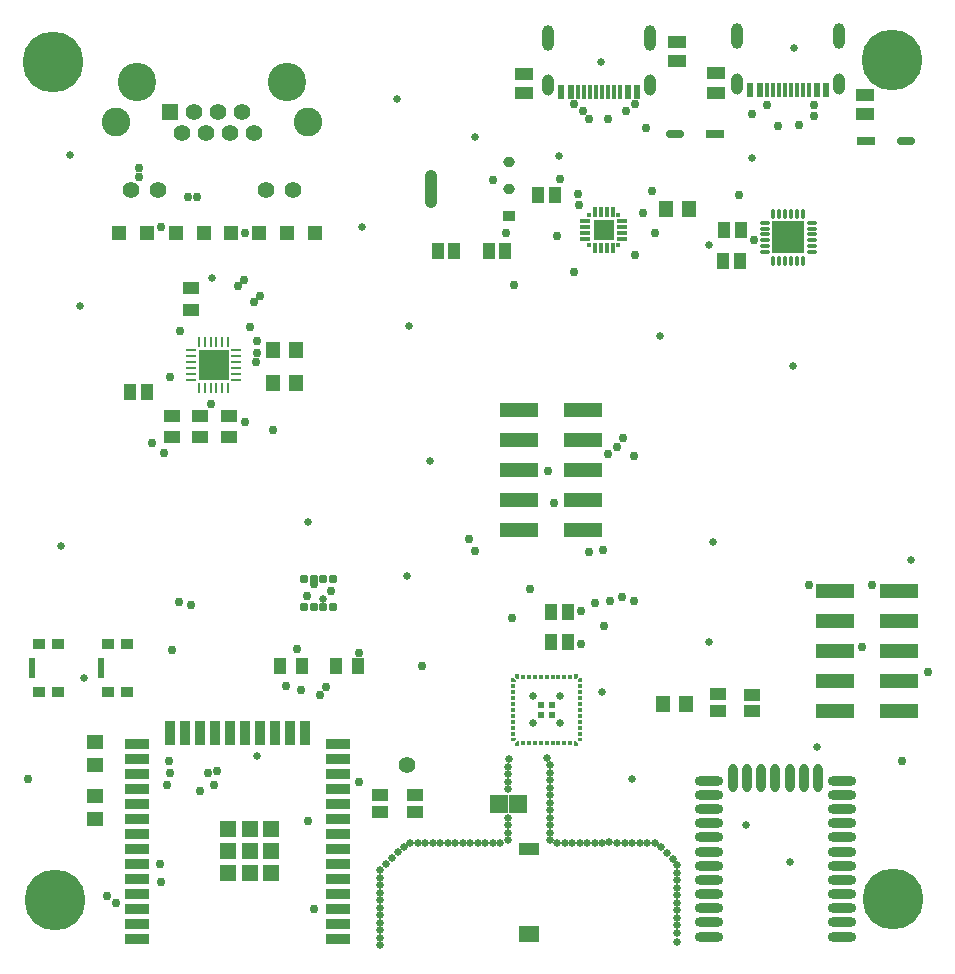
<source format=gts>
G04*
G04 #@! TF.GenerationSoftware,Altium Limited,Altium Designer,23.6.0 (18)*
G04*
G04 Layer_Color=8388736*
%FSLAX25Y25*%
%MOIN*%
G70*
G04*
G04 #@! TF.SameCoordinates,9EB9F688-6EA2-4756-8BD5-BABC090EB3C1*
G04*
G04*
G04 #@! TF.FilePolarity,Negative*
G04*
G01*
G75*
G04:AMPARAMS|DCode=16|XSize=61.32mil|YSize=29.23mil|CornerRadius=14.62mil|HoleSize=0mil|Usage=FLASHONLY|Rotation=180.000|XOffset=0mil|YOffset=0mil|HoleType=Round|Shape=RoundedRectangle|*
%AMROUNDEDRECTD16*
21,1,0.06132,0.00000,0,0,180.0*
21,1,0.03209,0.02923,0,0,180.0*
1,1,0.02923,-0.01604,0.00000*
1,1,0.02923,0.01604,0.00000*
1,1,0.02923,0.01604,0.00000*
1,1,0.02923,-0.01604,0.00000*
%
%ADD16ROUNDEDRECTD16*%
%ADD17R,0.06132X0.02923*%
%ADD18R,0.02165X0.06693*%
%ADD19R,0.03937X0.03543*%
%ADD20R,0.05756X0.04953*%
%ADD21R,0.02200X0.02200*%
%ADD22R,0.01600X0.01200*%
%ADD23R,0.01200X0.01600*%
%ADD24R,0.05236X0.05236*%
%ADD25R,0.03543X0.07874*%
%ADD26R,0.07874X0.03543*%
%ADD27R,0.05544X0.03963*%
%ADD28R,0.04953X0.05756*%
%ADD30R,0.01181X0.01181*%
%ADD31R,0.03543X0.01181*%
%ADD32R,0.01181X0.03543*%
%ADD37R,0.03390X0.00942*%
G04:AMPARAMS|DCode=38|XSize=33.9mil|YSize=9.42mil|CornerRadius=4.71mil|HoleSize=0mil|Usage=FLASHONLY|Rotation=0.000|XOffset=0mil|YOffset=0mil|HoleType=Round|Shape=RoundedRectangle|*
%AMROUNDEDRECTD38*
21,1,0.03390,0.00000,0,0,0.0*
21,1,0.02448,0.00942,0,0,0.0*
1,1,0.00942,0.01224,0.00000*
1,1,0.00942,-0.01224,0.00000*
1,1,0.00942,-0.01224,0.00000*
1,1,0.00942,0.01224,0.00000*
%
%ADD38ROUNDEDRECTD38*%
G04:AMPARAMS|DCode=39|XSize=9.42mil|YSize=33.9mil|CornerRadius=4.71mil|HoleSize=0mil|Usage=FLASHONLY|Rotation=0.000|XOffset=0mil|YOffset=0mil|HoleType=Round|Shape=RoundedRectangle|*
%AMROUNDEDRECTD39*
21,1,0.00942,0.02448,0,0,0.0*
21,1,0.00000,0.03390,0,0,0.0*
1,1,0.00942,0.00000,-0.01224*
1,1,0.00942,0.00000,-0.01224*
1,1,0.00942,0.00000,0.01224*
1,1,0.00942,0.00000,0.01224*
%
%ADD39ROUNDEDRECTD39*%
G04:AMPARAMS|DCode=40|XSize=39.54mil|YSize=125.28mil|CornerRadius=17.2mil|HoleSize=0mil|Usage=FLASHONLY|Rotation=180.000|XOffset=0mil|YOffset=0mil|HoleType=Round|Shape=RoundedRectangle|*
%AMROUNDEDRECTD40*
21,1,0.03954,0.09088,0,0,180.0*
21,1,0.00514,0.12528,0,0,180.0*
1,1,0.03440,-0.00257,0.04544*
1,1,0.03440,0.00257,0.04544*
1,1,0.03440,0.00257,-0.04544*
1,1,0.03440,-0.00257,-0.04544*
%
%ADD40ROUNDEDRECTD40*%
G04:AMPARAMS|DCode=41|XSize=39.54mil|YSize=34.34mil|CornerRadius=17.17mil|HoleSize=0mil|Usage=FLASHONLY|Rotation=180.000|XOffset=0mil|YOffset=0mil|HoleType=Round|Shape=RoundedRectangle|*
%AMROUNDEDRECTD41*
21,1,0.03954,0.00000,0,0,180.0*
21,1,0.00520,0.03434,0,0,180.0*
1,1,0.03434,-0.00260,0.00000*
1,1,0.03434,0.00260,0.00000*
1,1,0.03434,0.00260,0.00000*
1,1,0.03434,-0.00260,0.00000*
%
%ADD41ROUNDEDRECTD41*%
%ADD42R,0.03954X0.03434*%
%ADD43R,0.02362X0.04528*%
%ADD44R,0.01181X0.04528*%
%ADD46R,0.04349X0.05339*%
G04:AMPARAMS|DCode=47|XSize=31.5mil|YSize=94.49mil|CornerRadius=15.75mil|HoleSize=0mil|Usage=FLASHONLY|Rotation=180.000|XOffset=0mil|YOffset=0mil|HoleType=Round|Shape=RoundedRectangle|*
%AMROUNDEDRECTD47*
21,1,0.03150,0.06299,0,0,180.0*
21,1,0.00000,0.09449,0,0,180.0*
1,1,0.03150,0.00000,0.03150*
1,1,0.03150,0.00000,0.03150*
1,1,0.03150,0.00000,-0.03150*
1,1,0.03150,0.00000,-0.03150*
%
%ADD47ROUNDEDRECTD47*%
G04:AMPARAMS|DCode=48|XSize=94.49mil|YSize=31.5mil|CornerRadius=15.75mil|HoleSize=0mil|Usage=FLASHONLY|Rotation=180.000|XOffset=0mil|YOffset=0mil|HoleType=Round|Shape=RoundedRectangle|*
%AMROUNDEDRECTD48*
21,1,0.09449,0.00000,0,0,180.0*
21,1,0.06299,0.03150,0,0,180.0*
1,1,0.03150,-0.03150,0.00000*
1,1,0.03150,0.03150,0.00000*
1,1,0.03150,0.03150,0.00000*
1,1,0.03150,-0.03150,0.00000*
%
%ADD48ROUNDEDRECTD48*%
%ADD50R,0.07087X0.05512*%
%ADD51R,0.07087X0.03937*%
%ADD52R,0.05339X0.04349*%
%ADD53R,0.03963X0.05544*%
%ADD54R,0.05363X0.04166*%
%ADD55R,0.04528X0.04528*%
%ADD56R,0.12795X0.04528*%
%ADD57R,0.07087X0.07087*%
%ADD58O,0.01378X0.03347*%
%ADD59O,0.03347X0.01378*%
%ADD60R,0.11142X0.11142*%
G04:AMPARAMS|DCode=61|XSize=25.59mil|YSize=25.59mil|CornerRadius=5.41mil|HoleSize=0mil|Usage=FLASHONLY|Rotation=270.000|XOffset=0mil|YOffset=0mil|HoleType=Round|Shape=RoundedRectangle|*
%AMROUNDEDRECTD61*
21,1,0.02559,0.01476,0,0,270.0*
21,1,0.01476,0.02559,0,0,270.0*
1,1,0.01083,-0.00738,-0.00738*
1,1,0.01083,-0.00738,0.00738*
1,1,0.01083,0.00738,0.00738*
1,1,0.01083,0.00738,-0.00738*
%
%ADD61ROUNDEDRECTD61*%
%ADD62R,0.10236X0.10236*%
%ADD63R,0.05906X0.03937*%
%ADD64R,0.05906X0.06299*%
G04:AMPARAMS|DCode=65|XSize=39.37mil|YSize=70.87mil|CornerRadius=19.68mil|HoleSize=0mil|Usage=FLASHONLY|Rotation=180.000|XOffset=0mil|YOffset=0mil|HoleType=Round|Shape=RoundedRectangle|*
%AMROUNDEDRECTD65*
21,1,0.03937,0.03150,0,0,180.0*
21,1,0.00000,0.07087,0,0,180.0*
1,1,0.03937,0.00000,0.01575*
1,1,0.03937,0.00000,0.01575*
1,1,0.03937,0.00000,-0.01575*
1,1,0.03937,0.00000,-0.01575*
%
%ADD65ROUNDEDRECTD65*%
G04:AMPARAMS|DCode=66|XSize=39.37mil|YSize=86.61mil|CornerRadius=19.68mil|HoleSize=0mil|Usage=FLASHONLY|Rotation=180.000|XOffset=0mil|YOffset=0mil|HoleType=Round|Shape=RoundedRectangle|*
%AMROUNDEDRECTD66*
21,1,0.03937,0.04724,0,0,180.0*
21,1,0.00000,0.08661,0,0,180.0*
1,1,0.03937,0.00000,0.02362*
1,1,0.03937,0.00000,0.02362*
1,1,0.03937,0.00000,-0.02362*
1,1,0.03937,0.00000,-0.02362*
%
%ADD66ROUNDEDRECTD66*%
%ADD67C,0.20276*%
%ADD68C,0.05472*%
%ADD69R,0.05472X0.05472*%
%ADD70C,0.09528*%
%ADD71C,0.12795*%
%ADD72C,0.02953*%
%ADD73C,0.02559*%
%ADD74C,0.05591*%
G36*
X322700Y202624D02*
X322100Y202024D01*
X321100D01*
Y203224D01*
X322700D01*
Y202624D01*
D02*
G37*
G36*
X323724Y200600D02*
X322524D01*
Y201600D01*
X323124Y202200D01*
X323724D01*
Y200600D01*
D02*
G37*
G36*
Y222800D02*
X323124D01*
X322524Y223400D01*
Y224400D01*
X323724D01*
Y222800D01*
D02*
G37*
G36*
X322700Y222376D02*
Y221776D01*
X321100D01*
Y222976D01*
X322100D01*
X322700Y222376D01*
D02*
G37*
G36*
X344900Y202024D02*
X343900D01*
X343300Y202624D01*
Y203224D01*
X344900D01*
Y202024D01*
D02*
G37*
G36*
X343476Y201600D02*
Y200600D01*
X342276D01*
Y202200D01*
X342876D01*
X343476Y201600D01*
D02*
G37*
G36*
Y223400D02*
X342876Y222800D01*
X342276D01*
Y224400D01*
X343476D01*
Y223400D01*
D02*
G37*
G36*
X344900Y221776D02*
X343300D01*
Y222376D01*
X343900Y222976D01*
X344900D01*
Y221776D01*
D02*
G37*
D16*
X375806Y404500D02*
D03*
X452694Y402000D02*
D03*
D17*
X389194Y404500D02*
D03*
X439306Y402000D02*
D03*
D18*
X184390Y226500D02*
D03*
X161390D02*
D03*
D19*
X186850Y234571D02*
D03*
X193150D02*
D03*
Y218429D02*
D03*
X186850D02*
D03*
X163850Y234571D02*
D03*
X170150D02*
D03*
Y218429D02*
D03*
X163850D02*
D03*
D20*
X182500Y176154D02*
D03*
Y183846D02*
D03*
Y194154D02*
D03*
Y201846D02*
D03*
D21*
X334772Y214272D02*
D03*
Y210728D02*
D03*
X331228D02*
D03*
Y214272D02*
D03*
D22*
X321900Y204624D02*
D03*
Y206593D02*
D03*
Y208562D02*
D03*
Y210531D02*
D03*
Y212500D02*
D03*
Y214469D02*
D03*
Y216438D02*
D03*
Y218407D02*
D03*
Y220376D02*
D03*
X344100D02*
D03*
Y218407D02*
D03*
Y216438D02*
D03*
Y214469D02*
D03*
Y212500D02*
D03*
Y210531D02*
D03*
Y208562D02*
D03*
Y206593D02*
D03*
Y204624D02*
D03*
D23*
X325124Y223600D02*
D03*
X327093D02*
D03*
X329062D02*
D03*
X331031D02*
D03*
X333000D02*
D03*
X334969D02*
D03*
X336938D02*
D03*
X338907D02*
D03*
X340876D02*
D03*
Y201400D02*
D03*
X338907D02*
D03*
X336938D02*
D03*
X334969D02*
D03*
X333000D02*
D03*
X331031D02*
D03*
X329062D02*
D03*
X327093D02*
D03*
X325124D02*
D03*
D24*
X226748Y172752D02*
D03*
X233972D02*
D03*
X241197D02*
D03*
X226748Y165528D02*
D03*
X233972D02*
D03*
X241197D02*
D03*
X226748Y158303D02*
D03*
X233972D02*
D03*
X241197D02*
D03*
D25*
X207535Y204937D02*
D03*
X212535D02*
D03*
X217535D02*
D03*
X222535D02*
D03*
X227535D02*
D03*
X232535D02*
D03*
X237535D02*
D03*
X242535D02*
D03*
X247535D02*
D03*
X252535D02*
D03*
D26*
X196571Y136000D02*
D03*
Y141000D02*
D03*
Y146000D02*
D03*
Y151000D02*
D03*
Y156000D02*
D03*
Y161000D02*
D03*
Y166000D02*
D03*
Y171000D02*
D03*
Y176000D02*
D03*
Y181000D02*
D03*
Y186000D02*
D03*
Y191000D02*
D03*
Y196000D02*
D03*
Y201000D02*
D03*
X263500D02*
D03*
Y196000D02*
D03*
Y191000D02*
D03*
Y186000D02*
D03*
Y181000D02*
D03*
Y176000D02*
D03*
Y171000D02*
D03*
Y166000D02*
D03*
Y161000D02*
D03*
Y156000D02*
D03*
Y151000D02*
D03*
Y146000D02*
D03*
Y141000D02*
D03*
Y136000D02*
D03*
D27*
X214500Y345756D02*
D03*
Y353244D02*
D03*
D28*
X380500Y379500D02*
D03*
X372807D02*
D03*
X371654Y214500D02*
D03*
X379346D02*
D03*
X241654Y321500D02*
D03*
X249346D02*
D03*
Y332500D02*
D03*
X241654D02*
D03*
D30*
X347079Y367579D02*
D03*
Y377421D02*
D03*
X356921Y367579D02*
D03*
Y377421D02*
D03*
D31*
X358102Y375453D02*
D03*
Y373484D02*
D03*
Y371516D02*
D03*
Y369547D02*
D03*
X345898D02*
D03*
Y371516D02*
D03*
Y373484D02*
D03*
Y375453D02*
D03*
D32*
X354953Y366398D02*
D03*
X352984D02*
D03*
X351016D02*
D03*
X349047D02*
D03*
Y378602D02*
D03*
X351016D02*
D03*
X352984D02*
D03*
X354953D02*
D03*
D37*
X214372Y332340D02*
D03*
D38*
Y330372D02*
D03*
Y328403D02*
D03*
Y326435D02*
D03*
Y324466D02*
D03*
Y322498D02*
D03*
X229534D02*
D03*
Y324466D02*
D03*
Y326435D02*
D03*
Y328403D02*
D03*
Y330372D02*
D03*
Y332340D02*
D03*
D39*
X217031Y319838D02*
D03*
X219000D02*
D03*
X220969D02*
D03*
X222937D02*
D03*
X224906D02*
D03*
X226874D02*
D03*
Y335000D02*
D03*
X224906D02*
D03*
X222937D02*
D03*
X220969D02*
D03*
X219000D02*
D03*
X217031D02*
D03*
D40*
X294528Y386000D02*
D03*
D41*
X320472Y395016D02*
D03*
Y386000D02*
D03*
D42*
Y376984D02*
D03*
D43*
X363098Y418516D02*
D03*
X337902D02*
D03*
X359949D02*
D03*
X341051D02*
D03*
X404051Y419016D02*
D03*
X422949D02*
D03*
X400902D02*
D03*
X426098D02*
D03*
D44*
X357390Y418516D02*
D03*
X343610D02*
D03*
X355421D02*
D03*
X345579D02*
D03*
X353453D02*
D03*
X347547D02*
D03*
X351484D02*
D03*
X349516D02*
D03*
X412516Y419016D02*
D03*
X414484D02*
D03*
X410547D02*
D03*
X416453D02*
D03*
X408579D02*
D03*
X418421D02*
D03*
X406610D02*
D03*
X420390D02*
D03*
D46*
X330221Y384000D02*
D03*
X335779D02*
D03*
X313721Y365500D02*
D03*
X319279D02*
D03*
X296721D02*
D03*
X302279D02*
D03*
X340057Y245000D02*
D03*
X334500D02*
D03*
X340057Y235000D02*
D03*
X334500D02*
D03*
X199779Y318500D02*
D03*
X194221D02*
D03*
X397500Y362000D02*
D03*
X391943D02*
D03*
X397779Y372500D02*
D03*
X392221D02*
D03*
D47*
X395071Y189685D02*
D03*
X399795D02*
D03*
X404520D02*
D03*
X409244D02*
D03*
X413968D02*
D03*
X418693D02*
D03*
X423417D02*
D03*
D48*
X387000Y136929D02*
D03*
Y141653D02*
D03*
Y146378D02*
D03*
Y151102D02*
D03*
Y155827D02*
D03*
Y160551D02*
D03*
Y165276D02*
D03*
Y170000D02*
D03*
Y174724D02*
D03*
Y179449D02*
D03*
Y184173D02*
D03*
Y188898D02*
D03*
X431488D02*
D03*
Y184173D02*
D03*
Y179449D02*
D03*
Y174724D02*
D03*
Y170000D02*
D03*
Y165276D02*
D03*
Y160551D02*
D03*
Y155827D02*
D03*
Y151102D02*
D03*
Y146378D02*
D03*
Y141653D02*
D03*
Y136929D02*
D03*
D50*
X327000Y137720D02*
D03*
D51*
Y166067D02*
D03*
D52*
X289000Y178500D02*
D03*
Y184057D02*
D03*
X277500Y178500D02*
D03*
Y184057D02*
D03*
X390000Y212221D02*
D03*
Y217779D02*
D03*
X401500Y212000D02*
D03*
Y217557D02*
D03*
D53*
X270244Y227000D02*
D03*
X262756D02*
D03*
X244013D02*
D03*
X251500D02*
D03*
D54*
X227000Y310453D02*
D03*
Y303547D02*
D03*
X217500Y310453D02*
D03*
Y303547D02*
D03*
X208000Y310453D02*
D03*
Y303547D02*
D03*
D55*
X246500Y371500D02*
D03*
X255752D02*
D03*
X237126D02*
D03*
X227874D02*
D03*
X209374D02*
D03*
X218626D02*
D03*
X199626D02*
D03*
X190374D02*
D03*
D56*
X323870Y312500D02*
D03*
Y302500D02*
D03*
X345130Y312500D02*
D03*
Y302500D02*
D03*
X323870Y292500D02*
D03*
X345130D02*
D03*
X323870Y282500D02*
D03*
X345130D02*
D03*
X323870Y272500D02*
D03*
X345130D02*
D03*
X450500Y212000D02*
D03*
Y222000D02*
D03*
X429240Y212000D02*
D03*
Y222000D02*
D03*
X450500Y232000D02*
D03*
X429240D02*
D03*
X450500Y242000D02*
D03*
X429240D02*
D03*
X450500Y252000D02*
D03*
X429240D02*
D03*
D57*
X352000Y372500D02*
D03*
D58*
X418421Y377874D02*
D03*
X416453D02*
D03*
X414484D02*
D03*
X412516D02*
D03*
X410547D02*
D03*
X408579D02*
D03*
Y362126D02*
D03*
X410547D02*
D03*
X412516D02*
D03*
X414484D02*
D03*
X416453D02*
D03*
X418421D02*
D03*
D59*
X405626Y374921D02*
D03*
Y372953D02*
D03*
Y370984D02*
D03*
Y369016D02*
D03*
Y367047D02*
D03*
Y365079D02*
D03*
X421374D02*
D03*
Y367047D02*
D03*
Y369016D02*
D03*
Y370984D02*
D03*
Y372953D02*
D03*
Y374921D02*
D03*
D60*
X413500Y370000D02*
D03*
D61*
X261724Y256224D02*
D03*
X258575D02*
D03*
X255425D02*
D03*
X252197D02*
D03*
X252276Y246776D02*
D03*
X255425D02*
D03*
X258575D02*
D03*
X261724D02*
D03*
D62*
X221953Y327419D02*
D03*
D63*
X376500Y428752D02*
D03*
Y435248D02*
D03*
X389500Y418252D02*
D03*
Y424748D02*
D03*
X439000Y411004D02*
D03*
Y417500D02*
D03*
X325500Y424496D02*
D03*
Y418000D02*
D03*
D64*
X323496Y181000D02*
D03*
X317000D02*
D03*
D65*
X367508Y420780D02*
D03*
X333492D02*
D03*
X396492Y421280D02*
D03*
X430508D02*
D03*
D66*
X367508Y436528D02*
D03*
X333492D02*
D03*
X396492Y437028D02*
D03*
X430508D02*
D03*
D67*
X448000Y429000D02*
D03*
X448500Y149500D02*
D03*
X169000Y149000D02*
D03*
X168500Y428500D02*
D03*
D68*
X203508Y385862D02*
D03*
X194492D02*
D03*
X239492D02*
D03*
X248508D02*
D03*
X231500Y411846D02*
D03*
X223469D02*
D03*
X215437D02*
D03*
X235516Y404839D02*
D03*
X227484D02*
D03*
X219453D02*
D03*
X211421D02*
D03*
D69*
X207406Y411846D02*
D03*
D70*
X189492Y408343D02*
D03*
X253508D02*
D03*
D71*
X196500Y421846D02*
D03*
X246500D02*
D03*
D72*
X343500Y384500D02*
D03*
X397000Y384000D02*
D03*
X347000Y409500D02*
D03*
X353528D02*
D03*
X410000Y407000D02*
D03*
X417000Y407500D02*
D03*
X213500Y383500D02*
D03*
X197000Y390138D02*
D03*
X216362Y383500D02*
D03*
X197000Y393000D02*
D03*
X234103Y340274D02*
D03*
X237528Y350528D02*
D03*
X235504Y348504D02*
D03*
X232278Y355778D02*
D03*
X230254Y353754D02*
D03*
X204500Y373500D02*
D03*
X422000Y410500D02*
D03*
Y414000D02*
D03*
X406500D02*
D03*
X401500Y411000D02*
D03*
X402000Y369000D02*
D03*
X342000Y358500D02*
D03*
X366000Y406500D02*
D03*
X362500Y414500D02*
D03*
X359500Y412000D02*
D03*
X342000Y414500D02*
D03*
X345000Y412000D02*
D03*
X319500Y371500D02*
D03*
X315000Y389283D02*
D03*
X322000Y354000D02*
D03*
X253500Y175500D02*
D03*
X181846D02*
D03*
X160000Y189500D02*
D03*
X349000Y248000D02*
D03*
X321365Y243135D02*
D03*
X207000Y195500D02*
D03*
X207500Y191500D02*
D03*
X206500Y187500D02*
D03*
X204500Y155000D02*
D03*
X204000Y161000D02*
D03*
X368000Y385500D02*
D03*
X336500Y370500D02*
D03*
X365000Y378000D02*
D03*
X344500Y234500D02*
D03*
X255425Y254575D02*
D03*
X261000Y252000D02*
D03*
X253000Y250500D02*
D03*
X358000Y250000D02*
D03*
X354197Y248819D02*
D03*
X362209Y248653D02*
D03*
X351835Y265931D02*
D03*
X207319Y323334D02*
D03*
X210666Y338681D02*
D03*
X236500Y335500D02*
D03*
X347100Y265115D02*
D03*
X343623Y380952D02*
D03*
X221000Y314500D02*
D03*
X337500Y389500D02*
D03*
X369000Y371500D02*
D03*
X362500Y364000D02*
D03*
X352000Y240500D02*
D03*
X291500Y227000D02*
D03*
X270500Y188500D02*
D03*
X327500Y252972D02*
D03*
X362000Y297000D02*
D03*
X358500Y303000D02*
D03*
X356284Y300216D02*
D03*
X343000Y272500D02*
D03*
X344500Y245500D02*
D03*
X353500Y297784D02*
D03*
X342000Y292500D02*
D03*
X189500Y148000D02*
D03*
X324000Y282500D02*
D03*
X186500Y150500D02*
D03*
X307069Y269500D02*
D03*
X309000Y265500D02*
D03*
X333500Y292000D02*
D03*
X335500Y281500D02*
D03*
X259500Y220000D02*
D03*
X257500Y217500D02*
D03*
X451500Y195500D02*
D03*
X255500Y146000D02*
D03*
X246000Y220500D02*
D03*
X438000Y233500D02*
D03*
X270500Y231500D02*
D03*
X249722Y232778D02*
D03*
X294000Y386500D02*
D03*
X420500Y254000D02*
D03*
X232500Y371500D02*
D03*
X251000Y219000D02*
D03*
X441500Y254000D02*
D03*
X205482Y298000D02*
D03*
X222000Y187362D02*
D03*
X217500Y185431D02*
D03*
X223000Y192000D02*
D03*
X220000Y191500D02*
D03*
X232362Y308500D02*
D03*
X241654Y305654D02*
D03*
X214500Y247500D02*
D03*
X210500Y248500D02*
D03*
X208000Y232500D02*
D03*
X236000Y328500D02*
D03*
X236561Y331307D02*
D03*
X201500Y301500D02*
D03*
X460000Y225000D02*
D03*
D73*
X454500Y262500D02*
D03*
X415233Y327057D02*
D03*
X328500Y208000D02*
D03*
Y217000D02*
D03*
X337500D02*
D03*
Y208000D02*
D03*
X283233Y416057D02*
D03*
X174233Y397557D02*
D03*
X178733Y223057D02*
D03*
X171233Y267057D02*
D03*
X370733Y337057D02*
D03*
X388500Y268500D02*
D03*
X387000Y235000D02*
D03*
X253500Y275000D02*
D03*
X286500Y257000D02*
D03*
X294000Y295500D02*
D03*
X337000Y397000D02*
D03*
X401500Y396500D02*
D03*
X258500Y249500D02*
D03*
X352000Y372500D02*
D03*
X224000Y327500D02*
D03*
X320500Y196000D02*
D03*
X333000Y196500D02*
D03*
X277500Y134000D02*
D03*
Y136500D02*
D03*
Y139000D02*
D03*
Y141500D02*
D03*
Y144000D02*
D03*
Y146500D02*
D03*
Y149000D02*
D03*
Y151500D02*
D03*
Y154000D02*
D03*
Y156500D02*
D03*
Y159000D02*
D03*
X376500Y135000D02*
D03*
X376482Y138251D02*
D03*
Y140751D02*
D03*
Y143251D02*
D03*
Y145751D02*
D03*
Y148251D02*
D03*
Y150751D02*
D03*
Y153251D02*
D03*
Y155751D02*
D03*
Y158251D02*
D03*
Y160751D02*
D03*
X374982Y162751D02*
D03*
X372982Y164751D02*
D03*
X370982Y166751D02*
D03*
X368982Y168251D02*
D03*
X366482D02*
D03*
X363982D02*
D03*
X361482D02*
D03*
X358982D02*
D03*
X356482D02*
D03*
X353918Y168312D02*
D03*
X351482Y168251D02*
D03*
X348982D02*
D03*
X346482D02*
D03*
X343982D02*
D03*
X341482D02*
D03*
X338982D02*
D03*
X336482D02*
D03*
X279482Y161251D02*
D03*
X281482Y163251D02*
D03*
X283482Y165251D02*
D03*
X285482Y166751D02*
D03*
X287482Y168251D02*
D03*
X289982D02*
D03*
X292482D02*
D03*
X294982D02*
D03*
X297482D02*
D03*
X299982D02*
D03*
X302482D02*
D03*
X304982D02*
D03*
X307482D02*
D03*
X309982D02*
D03*
X312482D02*
D03*
X314982D02*
D03*
X317482D02*
D03*
X287000Y340500D02*
D03*
X271342Y373400D02*
D03*
X309000Y403500D02*
D03*
X351000Y428500D02*
D03*
X387000Y367500D02*
D03*
X415500Y433000D02*
D03*
X351500Y218500D02*
D03*
X236500Y197000D02*
D03*
X320000Y193500D02*
D03*
Y191000D02*
D03*
Y188500D02*
D03*
Y186000D02*
D03*
Y176500D02*
D03*
Y174000D02*
D03*
Y171500D02*
D03*
Y169000D02*
D03*
X334000D02*
D03*
Y171500D02*
D03*
Y174000D02*
D03*
Y176500D02*
D03*
Y179000D02*
D03*
Y181500D02*
D03*
Y184000D02*
D03*
Y186500D02*
D03*
Y189000D02*
D03*
Y191500D02*
D03*
Y194000D02*
D03*
X361500Y189500D02*
D03*
X414217Y161823D02*
D03*
X399500Y174000D02*
D03*
X423000Y200000D02*
D03*
X221500Y356500D02*
D03*
X177500Y347000D02*
D03*
X415665Y372165D02*
D03*
Y367835D02*
D03*
X411335Y372165D02*
D03*
Y367835D02*
D03*
D74*
X286500Y194000D02*
D03*
M02*

</source>
